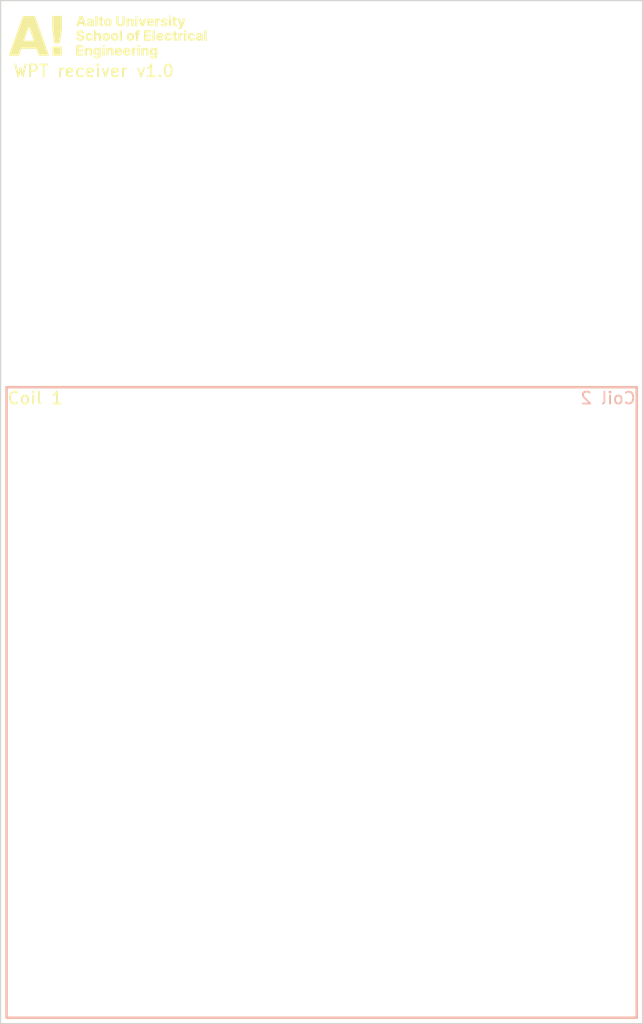
<source format=kicad_pcb>
(kicad_pcb (version 20221018) (generator pcbnew)
  (title_block (title "WPT Receiver PCB") (company "Aalto University School of Electrical Engineering"))
  (layers (0 "F.Cu" signal) (31 "B.Cu" signal) (34 "B.Paste" user) (35 "F.Paste" user) (36 "B.SilkS" user "B.Silkscreen") (37 "F.SilkS" user "F.Silkscreen") (38 "B.Mask" user) (39 "F.Mask" user) (44 "Edge.Cuts" user))
  (net 0 "")
  (footprint "LOGO" (layer "F.Cu") (at 125 54)
    (fp_text reference "G***" hide)
    (fp_text value "LOGO" hide)
    (fp_poly (pts (xy -3.861134 1.241353) (xy -3.861134 1.627937) (xy -4.247718 1.627937) (xy -4.634303 1.627937) (xy -4.628614 1.247041) (xy -4.622925 0.866146) (xy -4.24203 0.860457) (xy -3.861134 0.854769)) (fill solid) (layer "F.SilkS"))
    (fp_poly (pts (xy -0.839634 -1.278349) (xy -0.845276 -0.845276) (xy -0.933977 -0.838858) (xy -1.022679 -0.83244) (xy -1.022679 -1.271931) (xy -1.022679 -1.711422) (xy -0.928336 -1.711422) (xy -0.833993 -1.711422)) (fill solid) (layer "F.SilkS"))
    (fp_poly (pts (xy -0.250452 1.294001) (xy -0.250452 1.627937) (xy -0.344372 1.627937) (xy -0.438291 1.627937) (xy -0.438291 1.294001) (xy -0.438291 0.960065) (xy -0.344372 0.960065) (xy -0.250452 0.960065)) (fill solid) (layer "F.SilkS"))
    (fp_poly (pts (xy 1.210517 -0.063813) (xy 1.210517 0.375677) (xy 1.116174 0.375677) (xy 1.021832 0.375677) (xy 1.027473 -0.057396) (xy 1.033114 -0.490469) (xy 1.121816 -0.496887) (xy 1.210517 -0.503304)) (fill solid) (layer "F.SilkS"))
    (fp_poly (pts (xy 3.965489 -0.063813) (xy 3.965489 0.375677) (xy 3.871146 0.375677) (xy 3.776803 0.375677) (xy 3.782444 -0.057396) (xy 3.788085 -0.490469) (xy 3.876787 -0.496887) (xy 3.965489 -0.503304)) (fill solid) (layer "F.SilkS"))
    (fp_poly (pts (xy 5.342974 -1.168776) (xy 5.342974 -0.83484) (xy 5.249055 -0.83484) (xy 5.155135 -0.83484) (xy 5.155135 -1.168776) (xy 5.155135 -1.502712) (xy 5.249055 -1.502712) (xy 5.342974 -1.502712)) (fill solid) (layer "F.SilkS"))
    (fp_poly (pts (xy 6.616105 0.052177) (xy 6.616105 0.375677) (xy 6.522185 0.375677) (xy 6.428266 0.375677) (xy 6.428266 0.052177) (xy 6.428266 -0.271323) (xy 6.522185 -0.271323) (xy 6.616105 -0.271323)) (fill solid) (layer "F.SilkS"))
    (fp_poly (pts (xy 8.327526 -0.062613) (xy 8.327526 0.375677) (xy 8.233607 0.375677) (xy 8.139688 0.375677) (xy 8.139688 -0.062613) (xy 8.139688 -0.500904) (xy 8.233607 -0.500904) (xy 8.327526 -0.500904)) (fill solid) (layer "F.SilkS"))
    (fp_poly (pts (xy 2.466196 -1.73803) (xy 2.508881 -1.701562) (xy 2.52539 -1.659245) (xy 2.507815 -1.616005) (xy 2.466492 -1.579585) (xy 2.421035 -1.565325) (xy 2.375109 -1.579441) (xy 2.349477 -1.598122) (xy 2.319399 -1.650841) (xy 2.324604 -1.702237) (xy 2.360143 -1.740281) (xy 2.413283 -1.753164)) (fill solid) (layer "F.SilkS"))
    (fp_poly (pts (xy -0.28635 0.727131) (xy -0.25427 0.774291) (xy -0.250452 0.803533) (xy -0.26797 0.861555) (xy -0.31513 0.893634) (xy -0.344372 0.897452) (xy -0.392267 0.88615) (xy -0.413246 0.872407) (xy -0.438858 0.822527) (xy -0.432202 0.769528) (xy -0.399143 0.727272) (xy -0.345544 0.70962) (xy -0.344372 0.709613)) (fill solid) (layer "F.SilkS"))
    (fp_poly (pts (xy 5.302888 -1.73923) (xy 5.344136 -1.711041) (xy 5.351581 -1.698226) (xy 5.35282 -1.647379) (xy 5.324416 -1.604117) (xy 5.27838 -1.575507) (xy 5.226724 -1.568614) (xy 5.181457 -1.590507) (xy 5.17696 -1.595483) (xy 5.158668 -1.645553) (xy 5.168296 -1.701081) (xy 5.198865 -1.738453) (xy 5.247857 -1.750107)) (fill solid) (layer "F.SilkS"))
    (fp_poly (pts (xy 6.580665 -0.526829) (xy 6.621131 -0.489638) (xy 6.636976 -0.448727) (xy 6.619013 -0.401997) (xy 6.574984 -0.369365) (xy 6.519681 -0.356376) (xy 6.467895 -0.368578) (xy 6.453311 -0.379853) (xy 6.43103 -0.426695) (xy 6.439745 -0.478336) (xy 6.472908 -0.521334) (xy 6.52397 -0.542245) (xy 6.532621 -0.542646)) (fill solid) (layer "F.SilkS"))
    (fp_poly (pts (xy 2.504519 -1.169976) (xy 2.504519 -0.83484) (xy 2.42038 -0.83484) (xy 2.360975 -0.841255) (xy 2.327995 -0.85809) (xy 2.325862 -0.861889) (xy 2.322538 -0.891581) (xy 2.320476 -0.954749) (xy 2.319789 -1.043145) (xy 2.320592 -1.148519) (xy 2.321299 -1.190607) (xy 2.327116 -1.492277) (xy 2.415817 -1.498694) (xy 2.504519 -1.505112)) (fill solid) (layer "F.SilkS"))
    (fp_poly (pts (xy 2.668816 0.728024) (xy 2.705872 0.774308) (xy 2.713229 0.811105) (xy 2.696074 0.847908) (xy 2.656326 0.881515) (xy 2.611562 0.897381) (xy 2.608874 0.897452) (xy 2.562948 0.883337) (xy 2.537316 0.864655) (xy 2.506244 0.811882) (xy 2.511492 0.761838) (xy 2.548263 0.724443) (xy 2.611759 0.709614) (xy 2.612314 0.709613)) (fill solid) (layer "F.SilkS"))
    (fp_poly (pts (xy 2.692358 1.292801) (xy 2.692358 1.627937) (xy 2.608219 1.627937) (xy 2.548814 1.621523) (xy 2.515834 1.604688) (xy 2.5137 1.600889) (xy 2.510377 1.571197) (xy 2.508315 1.508028) (xy 2.507628 1.419632) (xy 2.508431 1.314258) (xy 2.509138 1.27217) (xy 2.514955 0.970501) (xy 2.603656 0.964083) (xy 2.692358 0.957665)) (fill solid) (layer "F.SilkS"))
    (fp_poly (pts (xy 3.652424 -0.41742) (xy 3.652424 -0.333936) (xy 3.454149 -0.333936) (xy 3.255875 -0.333936) (xy 3.255875 -0.240017) (xy 3.255875 -0.146097) (xy 3.433278 -0.146097) (xy 3.610682 -0.146097) (xy 3.610682 -0.062613) (xy 3.610682 0.020871) (xy 3.433278 0.020871) (xy 3.255875 0.020871) (xy 3.255875 0.11479) (xy 3.255875 0.208709) (xy 3.454149 0.208709) (xy 3.652424 0.208709) (xy 3.652424 0.292193) (xy 3.652424 0.375677) (xy 3.36023 0.375677) (xy 3.068036 0.375677) (xy 3.068036 -0.062613) (xy 3.068036 -0.500904) (xy 3.36023 -0.500904) (xy 3.652424 -0.500904)) (fill solid) (layer "F.SilkS"))
    (fp_poly (pts (xy 4.159744 -1.50004) (xy 4.187464 -1.488791) (xy 4.195011 -1.464117) (xy 4.19507 -1.460157) (xy 4.19507 -1.417602) (xy 4.240747 -1.460157) (xy 4.294445 -1.491871) (xy 4.345102 -1.502712) (xy 4.382772 -1.499019) (xy 4.399519 -1.480003) (xy 4.403711 -1.43376) (xy 4.40378 -1.419228) (xy 4.401307 -1.365698) (xy 4.387908 -1.341901) (xy 4.354611 -1.335876) (xy 4.341167 -1.335744) (xy 4.281781 -1.328327) (xy 4.240248 -1.30239) (xy 4.213801 -1.252403) (xy 4.199676 -1.172834) (xy 4.195107 -1.058155) (xy 4.19507 -1.04355) (xy 4.19507 -0.83484) (xy 4.10115 -0.83484) (xy 4.007231 -0.83484) (xy 4.007231 -1.168776) (xy 4.007231 -1.502712) (xy 4.10115 -1.502712)) (fill solid) (layer "F.SilkS"))
    (fp_poly (pts (xy 6.33673 -0.278058) (xy 6.354894 -0.250457) (xy 6.361695 -0.203493) (xy 6.363616 -0.152362) (xy 6.350849 -0.130417) (xy 6.312936 -0.125317) (xy 6.295379 -0.125226) (xy 6.228862 -0.112819) (xy 6.179329 -0.070234) (xy 6.158297 -0.037392) (xy 6.145289 0.002859) (xy 6.138514 0.060902) (xy 6.136176 0.147119) (xy 6.136072 0.180218) (xy 6.136072 0.375677) (xy 6.042153 0.375677) (xy 5.948233 0.375677) (xy 5.948233 0.052177) (xy 5.948233 -0.271323) (xy 6.042153 -0.271323) (xy 6.100974 -0.268518) (xy 6.12877 -0.257059) (xy 6.136057 -0.232376) (xy 6.136072 -0.23053) (xy 6.138907 -0.206427) (xy 6.153005 -0.209097) (xy 6.186755 -0.240421) (xy 6.188649 -0.242313) (xy 6.249566 -0.283293) (xy 6.298221 -0.288324)) (fill solid) (layer "F.SilkS"))
    (fp_poly (pts (xy -2.045358 0.834839) (xy -2.045358 0.918323) (xy -2.243632 0.918323) (xy -2.441907 0.918323) (xy -2.441907 1.012243) (xy -2.441907 1.106162) (xy -2.264503 1.106162) (xy -2.0871 1.106162) (xy -2.0871 1.189646) (xy -2.0871 1.27313) (xy -2.264503 1.27313) (xy -2.441907 1.27313) (xy -2.441907 1.36705) (xy -2.441907 1.460969) (xy -2.242372 1.460969) (xy -2.042838 1.460969) (xy -2.049316 1.539235) (xy -2.055793 1.617502) (xy -2.338728 1.623282) (xy -2.443492 1.624388) (xy -2.532927 1.62338) (xy -2.598926 1.620495) (xy -2.633379 1.615971) (xy -2.63614 1.614586) (xy -2.640521 1.590219) (xy -2.64437 1.530593) (xy -2.647472 1.442189) (xy -2.649614 1.331488) (xy -2.650582 1.204971) (xy -2.650617 1.175732) (xy -2.650617 0.751355) (xy -2.347987 0.751355) (xy -2.045358 0.751355)) (fill solid) (layer "F.SilkS"))
    (fp_poly (pts (xy 2.418019 0.963037) (xy 2.436953 0.979951) (xy 2.44178 1.022807) (xy 2.441906 1.043549) (xy 2.439558 1.097044) (xy 2.426007 1.120878) (xy 2.391497 1.127107) (xy 2.374075 1.127353) (xy 2.320801 1.130308) (xy 2.284113 1.143072) (xy 2.260432 1.172376) (xy 2.246179 1.224954) (xy 2.237774 1.307537) (xy 2.233196 1.392313) (xy 2.222761 1.617502) (xy 2.133868 1.623929) (xy 2.06632 1.622284) (xy 2.035221 1.604508) (xy 2.034132 1.602098) (xy 2.030641 1.571952) (xy 2.028439 1.508372) (xy 2.027652 1.419647) (xy 2.028406 1.31407) (xy 2.029105 1.27217) (xy 2.034922 0.970501) (xy 2.123623 0.964083) (xy 2.179468 0.962397) (xy 2.205236 0.97154) (xy 2.212198 0.996617) (xy 2.212325 1.004245) (xy 2.212325 1.050825) (xy 2.26063 1.005445) (xy 2.325375 0.968535) (xy 2.375421 0.960065)) (fill solid) (layer "F.SilkS"))
    (fp_poly (pts (xy -1.776305 0.96463) (xy -1.747164 0.981714) (xy -1.738427 1.001476) (xy -1.729166 1.02857) (xy -1.713825 1.029807) (xy -1.67967 1.005184) (xy -1.674953 1.001476) (xy -1.596321 0.96418) (xy -1.509167 0.963023) (xy -1.424488 0.997243) (xy -1.393468 1.020938) (xy -1.325308 1.08181) (xy -1.325308 1.349656) (xy -1.325308 1.617502) (xy -1.41401 1.623919) (xy -1.502712 1.630337) (xy -1.502712 1.419055) (xy -1.504701 1.302003) (xy -1.512264 1.220481) (xy -1.527796 1.1684) (xy -1.553689 1.139669) (xy -1.592338 1.128199) (xy -1.617502 1.127033) (xy -1.6636 1.132121) (xy -1.695678 1.151449) (xy -1.716143 1.191116) (xy -1.727401 1.257219) (xy -1.731861 1.355857) (xy -1.732293 1.417855) (xy -1.732293 1.627937) (xy -1.826212 1.627937) (xy -1.920132 1.627937) (xy -1.920132 1.294001) (xy -1.920132 0.960065) (xy -1.834694 0.960065)) (fill solid) (layer "F.SilkS"))
    (fp_poly (pts (xy 1.730022 -1.498148) (xy 1.759163 -1.481063) (xy 1.7679 -1.461302) (xy 1.777161 -1.434207) (xy 1.792502 -1.432971) (xy 1.826657 -1.457593) (xy 1.831374 -1.461302) (xy 1.910003 -1.498594) (xy 1.997161 -1.499754) (xy 2.081848 -1.465543) (xy 2.112859 -1.441863) (xy 2.181019 -1.381014) (xy 2.187895 -1.107927) (xy 2.194771 -0.83484) (xy 2.099193 -0.83484) (xy 2.003615 -0.83484) (xy 2.003615 -1.044922) (xy 2.001382 -1.162642) (xy 1.993285 -1.244666) (xy 1.977233 -1.296871) (xy 1.951132 -1.325133) (xy 1.912889 -1.335327) (xy 1.900017 -1.335744) (xy 1.848821 -1.330458) (xy 1.813386 -1.310508) (xy 1.79098 -1.269758) (xy 1.778875 -1.202071) (xy 1.77434 -1.101309) (xy 1.774034 -1.052495) (xy 1.774034 -0.83484) (xy 1.680115 -0.83484) (xy 1.586195 -0.83484) (xy 1.586195 -1.168776) (xy 1.586195 -1.502712) (xy 1.671633 -1.502712)) (fill solid) (layer "F.SilkS"))
    (fp_poly (pts (xy 2.982282 0.96463) (xy 3.011422 0.981714) (xy 3.02016 1.001476) (xy 3.029421 1.02857) (xy 3.044761 1.029807) (xy 3.078916 1.005184) (xy 3.083634 1.001476) (xy 3.162263 0.964184) (xy 3.249421 0.963023) (xy 3.334107 0.997235) (xy 3.365118 1.020914) (xy 3.433278 1.081764) (xy 3.440155 1.35485) (xy 3.447031 1.627937) (xy 3.351453 1.627937) (xy 3.255875 1.627937) (xy 3.255875 1.417855) (xy 3.253867 1.301066) (xy 3.246238 1.219796) (xy 3.230581 1.167949) (xy 3.204489 1.139426) (xy 3.165555 1.128128) (xy 3.141084 1.127033) (xy 3.094986 1.132121) (xy 3.062908 1.151449) (xy 3.042444 1.191116) (xy 3.031185 1.257219) (xy 3.026726 1.355857) (xy 3.026294 1.417855) (xy 3.026294 1.627937) (xy 2.932374 1.627937) (xy 2.838455 1.627937) (xy 2.838455 1.294001) (xy 2.838455 0.960065) (xy 2.923893 0.960065)) (fill solid) (layer "F.SilkS"))
    (fp_poly (pts (xy -1.059203 -0.496887) (xy -0.970501 -0.490469) (xy -0.964359 -0.350839) (xy -0.958216 -0.21121) (xy -0.885203 -0.254289) (xy -0.794848 -0.285435) (xy -0.703312 -0.277791) (xy -0.62075 -0.232629) (xy -0.606381 -0.219378) (xy -0.584467 -0.195333) (xy -0.569291 -0.169311) (xy -0.55935 -0.133217) (xy -0.553141 -0.078959) (xy -0.549162 0.001559) (xy -0.546205 0.104769) (xy -0.539329 0.375677) (xy -0.634907 0.375677) (xy -0.730485 0.375677) (xy -0.730485 0.158023) (xy -0.732998 0.042126) (xy -0.742118 -0.038184) (xy -0.760216 -0.088848) (xy -0.789662 -0.115805) (xy -0.832828 -0.124997) (xy -0.843532 -0.125226) (xy -0.89135 -0.117434) (xy -0.924689 -0.090385) (xy -0.945771 -0.038571) (xy -0.956822 0.043518) (xy -0.960065 0.161389) (xy -0.960066 0.163393) (xy -0.960066 0.375677) (xy -1.053985 0.375677) (xy -1.147905 0.375677) (xy -1.147905 -0.063813) (xy -1.147905 -0.503304)) (fill solid) (layer "F.SilkS"))
    (fp_poly (pts (xy -3.840263 -1.125654) (xy -3.840263 -0.539887) (xy -3.934183 0.020871) (xy -3.958877 0.168726) (xy -3.981141 0.302834) (xy -4.000085 0.417767) (xy -4.014819 0.508095) (xy -4.024452 0.568392) (xy -4.028093 0.593228) (xy -4.028102 0.593443) (xy -4.047568 0.598191) (xy -4.100349 0.602028) (xy -4.17802 0.604521) (xy -4.257683 0.605258) (xy -4.349941 0.604641) (xy -4.424498 0.602967) (xy -4.47293 0.600503) (xy -4.487264 0.597976) (xy -4.490119 0.576249) (xy -4.49818 0.518514) (xy -4.510694 0.430076) (xy -4.526908 0.316241) (xy -4.546066 0.182315) (xy -4.567415 0.033604) (xy -4.570748 0.010435) (xy -4.595483 -0.162856) (xy -4.614779 -0.304156) (xy -4.629312 -0.422765) (xy -4.639754 -0.527985) (xy -4.646781 -0.629115) (xy -4.651068 -0.735456) (xy -4.653288 -0.856309) (xy -4.654117 -1.000975) (xy -4.654232 -1.140623) (xy -4.654232 -1.711422) (xy -4.247248 -1.711422) (xy -3.840263 -1.711422)) (fill solid) (layer "F.SilkS"))
    (fp_poly (pts (xy 0.032807 0.962745) (xy 0.056804 0.97623) (xy 0.063096 1.008691) (xy 0.063276 1.01746) (xy 0.066224 1.055014) (xy 0.07729 1.05588) (xy 0.089365 1.041741) (xy 0.156011 0.986025) (xy 0.238873 0.960854) (xy 0.325171 0.96711) (xy 0.402125 1.005674) (xy 0.41708 1.019127) (xy 0.45692 1.075361) (xy 0.483212 1.153787) (xy 0.496936 1.259817) (xy 0.499071 1.398863) (xy 0.497069 1.460969) (xy 0.490468 1.617502) (xy 0.401766 1.623919) (xy 0.313065 1.630337) (xy 0.312757 1.43608) (xy 0.309121 1.314698) (xy 0.29724 1.229041) (xy 0.274982 1.17354) (xy 0.240216 1.142628) (xy 0.196021 1.131185) (xy 0.14264 1.135319) (xy 0.108569 1.153262) (xy 0.097974 1.185549) (xy 0.088624 1.249799) (xy 0.081691 1.336233) (xy 0.07904 1.399562) (xy 0.073048 1.617502) (xy -0.015654 1.623919) (xy -0.104355 1.630337) (xy -0.104355 1.295201) (xy -0.104355 0.960065) (xy -0.020871 0.960065)) (fill solid) (layer "F.SilkS"))
    (fp_poly (pts (xy 2.704482 -1.500403) (xy 2.754414 -1.493095) (xy 2.784485 -1.483208) (xy 2.78694 -1.480768) (xy 2.798141 -1.452303) (xy 2.817332 -1.393405) (xy 2.841406 -1.313881) (xy 2.857625 -1.257798) (xy 2.882472 -1.175874) (xy 2.904276 -1.114036) (xy 2.920204 -1.079767) (xy 2.926377 -1.07625) (xy 2.936672 -1.103566) (xy 2.955081 -1.16154) (xy 2.978633 -1.240585) (xy 2.995434 -1.29922) (xy 3.052863 -1.502712) (xy 3.143933 -1.502712) (xy 3.205995 -1.497923) (xy 3.232862 -1.482342) (xy 3.235004 -1.472949) (xy 3.228367 -1.443704) (xy 3.21007 -1.382751) (xy 3.182536 -1.297673) (xy 3.148187 -1.196057) (xy 3.128371 -1.139013) (xy 3.021738 -0.83484) (xy 2.919006 -0.83484) (xy 2.850012 -0.840064) (xy 2.811658 -0.854499) (xy 2.807093 -0.860929) (xy 2.764522 -0.982258) (xy 2.72201 -1.104054) (xy 2.681784 -1.219872) (xy 2.646068 -1.323266) (xy 2.617088 -1.407792) (xy 2.597068 -1.467004) (xy 2.588234 -1.494456) (xy 2.588003 -1.495535) (xy 2.606028 -1.502755) (xy 2.649937 -1.504)) (fill solid) (layer "F.SilkS"))
    (fp_poly (pts (xy 0.664583 -0.281936) (xy 0.76561 -0.246845) (xy 0.793545 -0.229263) (xy 0.860505 -0.158276) (xy 0.901508 -0.066042) (xy 0.916861 0.037332) (xy 0.906873 0.14174) (xy 0.871851 0.237075) (xy 0.812105 0.313231) (xy 0.77621 0.339153) (xy 0.69477 0.367602) (xy 0.5956 0.37563) (xy 0.497246 0.363467) (xy 0.423651 0.33478) (xy 0.350332 0.267334) (xy 0.302957 0.176622) (xy 0.282556 0.072872) (xy 0.285109 0.037098) (xy 0.480033 0.037098) (xy 0.49174 0.134061) (xy 0.526248 0.198035) (xy 0.582633 0.22761) (xy 0.605906 0.22958) (xy 0.655382 0.21941) (xy 0.690778 0.181783) (xy 0.700935 0.163571) (xy 0.72374 0.088193) (xy 0.72211 0.009204) (xy 0.699705 -0.062942) (xy 0.660186 -0.11779) (xy 0.607212 -0.144885) (xy 0.592511 -0.146097) (xy 0.541741 -0.126969) (xy 0.503206 -0.075416) (xy 0.48228 -0.000188) (xy 0.480033 0.037098) (xy 0.285109 0.037098) (xy 0.29016 -0.033688) (xy 0.326799 -0.132832) (xy 0.370494 -0.192575) (xy 0.455254 -0.25378) (xy 0.557208 -0.283908)) (fill solid) (layer "F.SilkS"))
    (fp_poly (pts (xy 2.064187 -0.25357) (xy 2.149899 -0.192879) (xy 2.206412 -0.103515) (xy 2.23186 0.012324) (xy 2.233164 0.049023) (xy 2.217289 0.172052) (xy 2.17067 0.267643) (xy 2.094946 0.3341) (xy 1.991756 0.369727) (xy 1.917668 0.375599) (xy 1.802803 0.36181) (xy 1.738523 0.33478) (xy 1.667374 0.272568) (xy 1.624542 0.187363) (xy 1.607573 0.073777) (xy 1.607066 0.045864) (xy 1.610004 0.024204) (xy 1.794892 0.024204) (xy 1.798904 0.104027) (xy 1.820238 0.171555) (xy 1.827395 0.183195) (xy 1.873466 0.21887) (xy 1.932687 0.229199) (xy 1.987146 0.212724) (xy 2.00419 0.197581) (xy 2.022126 0.158187) (xy 2.036395 0.096137) (xy 2.040105 0.067138) (xy 2.035899 -0.018988) (xy 2.009497 -0.086154) (xy 1.966997 -0.129221) (xy 1.914495 -0.143049) (xy 1.858089 -0.122499) (xy 1.836647 -0.104355) (xy 1.807655 -0.050921) (xy 1.794892 0.024204) (xy 1.610004 0.024204) (xy 1.623623 -0.076194) (xy 1.67088 -0.173496) (xy 1.74522 -0.24258) (xy 1.843025 -0.279985) (xy 1.951142 -0.283387)) (fill solid) (layer "F.SilkS"))
    (fp_poly (pts (xy -0.039808 -0.276202) (xy 0.03968 -0.248452) (xy 0.054509 -0.238727) (xy 0.133903 -0.166985) (xy 0.17892 -0.090571) (xy 0.196136 0.003274) (xy 0.196857 0.037588) (xy 0.181121 0.164936) (xy 0.136089 0.262905) (xy 0.062448 0.330773) (xy -0.039115 0.367824) (xy -0.125226 0.375044) (xy -0.221303 0.365859) (xy -0.293568 0.341258) (xy -0.298068 0.338598) (xy -0.369286 0.271701) (xy -0.414812 0.18178) (xy -0.434507 0.078821) (xy -0.431283 0.024369) (xy -0.245053 0.024369) (xy -0.240305 0.107725) (xy -0.220902 0.163571) (xy -0.176345 0.214535) (xy -0.120138 0.231978) (xy -0.064042 0.214675) (xy -0.03249 0.183195) (xy -0.007228 0.120713) (xy 0.000591 0.042155) (xy -0.008488 -0.035485) (xy -0.033917 -0.095215) (xy -0.041742 -0.104355) (xy -0.09246 -0.140308) (xy -0.141626 -0.138056) (xy -0.186842 -0.10936) (xy -0.226583 -0.053194) (xy -0.245053 0.024369) (xy -0.431283 0.024369) (xy -0.428231 -0.027194) (xy -0.395844 -0.126279) (xy -0.337206 -0.208452) (xy -0.306083 -0.234553) (xy -0.229137 -0.269063) (xy -0.134896 -0.283009)) (fill solid) (layer "F.SilkS"))
    (fp_poly (pts (xy 2.637559 -0.527063) (xy 2.687891 -0.516332) (xy 2.712304 -0.497548) (xy 2.712944 -0.493318) (xy 2.699122 -0.420302) (xy 2.660606 -0.379411) (xy 2.632837 -0.371642) (xy 2.586491 -0.353338) (xy 2.570898 -0.318283) (xy 2.572546 -0.285202) (xy 2.598005 -0.272698) (xy 2.628293 -0.271323) (xy 2.671315 -0.267392) (xy 2.688961 -0.24714) (xy 2.692358 -0.198275) (xy 2.688868 -0.149196) (xy 2.671163 -0.129067) (xy 2.629745 -0.125226) (xy 2.567132 -0.125226) (xy 2.567132 0.125225) (xy 2.567132 0.375677) (xy 2.473213 0.375677) (xy 2.379293 0.375677) (xy 2.379293 0.126677) (xy 2.378962 0.021398) (xy 2.377093 -0.049304) (xy 2.372369 -0.092592) (xy 2.363475 -0.115629) (xy 2.349095 -0.12558) (xy 2.332333 -0.128993) (xy 2.29692 -0.144983) (xy 2.280847 -0.18713) (xy 2.278834 -0.203493) (xy 2.278189 -0.250125) (xy 2.294618 -0.268491) (xy 2.325793 -0.271323) (xy 2.362787 -0.277057) (xy 2.377275 -0.302644) (xy 2.379293 -0.339728) (xy 2.396964 -0.425609) (xy 2.447731 -0.487913) (xy 2.511 -0.51802) (xy 2.574274 -0.528154)) (fill solid) (layer "F.SilkS"))
    (fp_poly (pts (xy 0.129646 -1.485139) (xy 0.22629 -1.430001) (xy 0.270698 -1.388888) (xy 0.300665 -1.348755) (xy 0.318141 -1.299606) (xy 0.327292 -1.227585) (xy 0.329328 -1.193849) (xy 0.324132 -1.069279) (xy 0.29288 -0.974149) (xy 0.233454 -0.903702) (xy 0.186552 -0.872977) (xy 0.114772 -0.848714) (xy 0.025318 -0.837023) (xy -0.060703 -0.839603) (xy -0.104355 -0.84958) (xy -0.184338 -0.899896) (xy -0.24551 -0.980926) (xy -0.282822 -1.083975) (xy -0.291679 -1.168776) (xy -0.104355 -1.168776) (xy -0.091722 -1.088676) (xy -0.058663 -1.027186) (xy -0.012439 -0.989017) (xy 0.039688 -0.978882) (xy 0.090457 -1.001494) (xy 0.113607 -1.027323) (xy 0.138869 -1.089805) (xy 0.146688 -1.168363) (xy 0.137609 -1.246003) (xy 0.11218 -1.305732) (xy 0.104355 -1.314873) (xy 0.046937 -1.350866) (xy -0.0091 -1.349947) (xy -0.057298 -1.316637) (xy -0.0912 -1.255456) (xy -0.104348 -1.170926) (xy -0.104355 -1.168776) (xy -0.291679 -1.168776) (xy -0.292116 -1.172957) (xy -0.274658 -1.288488) (xy -0.226995 -1.382098) (xy -0.155931 -1.451178) (xy -0.068268 -1.493118) (xy 0.029192 -1.505309)) (fill solid) (layer "F.SilkS"))
    (fp_poly (pts (xy 7.193386 -0.256023) (xy 7.276636 -0.199698) (xy 7.31635 -0.144035) (xy 7.341299 -0.086622) (xy 7.337986 -0.055536) (xy 7.30256 -0.043238) (xy 7.264054 -0.041742) (xy 7.188181 -0.05364) (xy 7.129342 -0.09392) (xy 7.081105 -0.13465) (xy 7.042709 -0.141228) (xy 7.000121 -0.113745) (xy 6.980399 -0.094869) (xy 6.942541 -0.030884) (xy 6.928247 0.051014) (xy 6.938625 0.13355) (xy 6.962481 0.184367) (xy 7.008412 0.219785) (xy 7.065872 0.227201) (xy 7.118942 0.207661) (xy 7.148047 0.172185) (xy 7.170186 0.141183) (xy 7.209275 0.127583) (xy 7.257619 0.125225) (xy 7.313644 0.130074) (xy 7.344149 0.142573) (xy 7.34659 0.14816) (xy 7.331846 0.203924) (xy 7.295062 0.267622) (xy 7.247412 0.321899) (xy 7.223024 0.34007) (xy 7.144179 0.367688) (xy 7.04699 0.375629) (xy 6.949776 0.364168) (xy 6.872788 0.33478) (xy 6.801639 0.272568) (xy 6.758806 0.187363) (xy 6.741838 0.073777) (xy 6.741331 0.045864) (xy 6.757914 -0.075215) (xy 6.805015 -0.172501) (xy 6.878662 -0.242119) (xy 6.974885 -0.280196) (xy 7.079549 -0.284081)) (fill solid) (layer "F.SilkS"))
    (fp_poly (pts (xy -1.406783 -0.256573) (xy -1.325626 -0.201592) (xy -1.280719 -0.132066) (xy -1.259211 -0.077239) (xy -1.259392 -0.050813) (xy -1.287467 -0.042426) (xy -1.334795 -0.041742) (xy -1.410669 -0.05364) (xy -1.469508 -0.09392) (xy -1.514657 -0.133615) (xy -1.549854 -0.142086) (xy -1.591659 -0.120351) (xy -1.614688 -0.102841) (xy -1.654086 -0.051093) (xy -1.671638 0.016671) (xy -1.669301 0.08952) (xy -1.64903 0.156522) (xy -1.612782 0.206745) (xy -1.562513 0.229259) (xy -1.555197 0.22958) (xy -1.504941 0.216452) (xy -1.461129 0.1852) (xy -1.440284 0.148025) (xy -1.440099 0.144606) (xy -1.421442 0.133047) (xy -1.374238 0.126114) (xy -1.346179 0.125225) (xy -1.28755 0.129857) (xy -1.255319 0.141975) (xy -1.25226 0.14816) (xy -1.267004 0.203924) (xy -1.303787 0.267622) (xy -1.351438 0.321899) (xy -1.375826 0.34007) (xy -1.45467 0.367688) (xy -1.551859 0.375629) (xy -1.649074 0.364168) (xy -1.726062 0.33478) (xy -1.797211 0.272568) (xy -1.840043 0.187363) (xy -1.857012 0.073777) (xy -1.857519 0.045864) (xy -1.840936 -0.075215) (xy -1.793835 -0.172501) (xy -1.720187 -0.242119) (xy -1.623965 -0.280196) (xy -1.519301 -0.284081)) (fill solid) (layer "F.SilkS"))
    (fp_poly (pts (xy 0.918323 -1.407844) (xy 0.918615 -1.28917) (xy 0.920206 -1.204803) (xy 0.924168 -1.147309) (xy 0.931577 -1.109254) (xy 0.943504 -1.083205) (xy 0.961024 -1.061728) (xy 0.969552 -1.053037) (xy 1.036798 -1.01036) (xy 1.085291 -1.001808) (xy 1.158543 -1.021319) (xy 1.201031 -1.053037) (xy 1.221008 -1.074742) (xy 1.234976 -1.098136) (xy 1.24401 -1.130653) (xy 1.249181 -1.179726) (xy 1.251564 -1.25279) (xy 1.252232 -1.357278) (xy 1.252259 -1.407844) (xy 1.252259 -1.711422) (xy 1.346179 -1.711422) (xy 1.440098 -1.711422) (xy 1.440098 -1.380573) (xy 1.439721 -1.254745) (xy 1.438009 -1.16323) (xy 1.434089 -1.098601) (xy 1.427087 -1.053433) (xy 1.416133 -1.020297) (xy 1.400352 -0.991768) (xy 1.393139 -0.980927) (xy 1.341448 -0.923555) (xy 1.278783 -0.876428) (xy 1.273456 -0.873485) (xy 1.184653 -0.844377) (xy 1.077953 -0.835346) (xy 0.972113 -0.846496) (xy 0.897869 -0.871397) (xy 0.836659 -0.914462) (xy 0.782937 -0.971564) (xy 0.77786 -0.978806) (xy 0.759923 -1.008277) (xy 0.747179 -1.039316) (xy 0.738748 -1.079392) (xy 0.733749 -1.135975) (xy 0.731302 -1.216536) (xy 0.730525 -1.328545) (xy 0.730485 -1.380573) (xy 0.730485 -1.711422) (xy 0.824404 -1.711422) (xy 0.918323 -1.711422)) (fill solid) (layer "F.SilkS"))
    (fp_poly (pts (xy 5.203379 -0.274987) (xy 5.293572 -0.227615) (xy 5.360146 -0.156458) (xy 5.389767 -0.088702) (xy 5.393448 -0.059715) (xy 5.378504 -0.046002) (xy 5.335257 -0.041932) (xy 5.309059 -0.041742) (xy 5.240025 -0.048268) (xy 5.206633 -0.068685) (xy 5.204202 -0.073629) (xy 5.168976 -0.120976) (xy 5.119192 -0.137243) (xy 5.065438 -0.124666) (xy 5.018301 -0.085484) (xy 4.990016 -0.028355) (xy 4.978772 0.060537) (xy 4.993002 0.138514) (xy 5.028871 0.196952) (xy 5.082546 0.227231) (xy 5.104702 0.22958) (xy 5.153747 0.2163) (xy 5.19696 0.184863) (xy 5.217574 0.147873) (xy 5.217748 0.144606) (xy 5.236405 0.133047) (xy 5.283609 0.126114) (xy 5.311668 0.125225) (xy 5.3677 0.127433) (xy 5.401293 0.133018) (xy 5.405587 0.136331) (xy 5.392845 0.183021) (xy 5.361239 0.243184) (xy 5.320699 0.300073) (xy 5.290511 0.330431) (xy 5.219174 0.364061) (xy 5.127124 0.377168) (xy 5.030067 0.369628) (xy 4.94371 0.341316) (xy 4.929352 0.333301) (xy 4.85662 0.26606) (xy 4.808663 0.174276) (xy 4.787504 0.0684) (xy 4.795162 -0.041117) (xy 4.833659 -0.143824) (xy 4.836233 -0.148262) (xy 4.88679 -0.203305) (xy 4.961763 -0.251741) (xy 5.043925 -0.284123) (xy 5.098689 -0.292194)) (fill solid) (layer "F.SilkS"))
    (fp_poly (pts (xy -1.959581 -1.294002) (xy -1.916863 -1.1701) (xy -1.879205 -1.058729) (xy -1.848685 -0.966211) (xy -1.827381 -0.89887) (xy -1.817371 -0.86303) (xy -1.816879 -0.859785) (xy -1.830279 -0.842678) (xy -1.876019 -0.837466) (xy -1.912233 -0.838914) (xy -1.97136 -0.845155) (xy -2.004874 -0.861227) (xy -2.027431 -0.89835) (xy -2.043201 -0.939195) (xy -2.077711 -1.033115) (xy -2.224579 -1.039168) (xy -2.371446 -1.04522) (xy -2.402388 -0.945248) (xy -2.42253 -0.885971) (xy -2.443918 -0.855674) (xy -2.479881 -0.843382) (xy -2.531537 -0.838914) (xy -2.591641 -0.837341) (xy -2.62049 -0.845038) (xy -2.628134 -0.865268) (xy -2.628046 -0.870221) (xy -2.620834 -0.900806) (xy -2.601716 -0.964073) (xy -2.572841 -1.053401) (xy -2.536357 -1.162166) (xy -2.521074 -1.206466) (xy -2.316681 -1.206466) (xy -2.298002 -1.196496) (xy -2.250673 -1.190466) (xy -2.221355 -1.189647) (xy -2.163689 -1.191278) (xy -2.138461 -1.199781) (xy -2.136389 -1.220576) (xy -2.140924 -1.236607) (xy -2.156328 -1.283764) (xy -2.178713 -1.350761) (xy -2.191055 -1.387255) (xy -2.226291 -1.490942) (xy -2.271486 -1.357113) (xy -2.294354 -1.28707) (xy -2.310608 -1.232841) (xy -2.316681 -1.206466) (xy -2.521074 -1.206466) (xy -2.494413 -1.283748) (xy -2.487167 -1.304438) (xy -2.347987 -1.700987) (xy -2.224584 -1.700987) (xy -2.101182 -1.700987)) (fill solid) (layer "F.SilkS"))
    (fp_poly (pts (xy 4.871733 -1.48522) (xy 4.948846 -1.452624) (xy 5.004333 -1.405534) (xy 5.02933 -1.346688) (xy 5.029909 -1.335744) (xy 5.022657 -1.308102) (xy 4.993565 -1.296123) (xy 4.948981 -1.294002) (xy 4.88668 -1.302066) (xy 4.844626 -1.322558) (xy 4.84207 -1.325309) (xy 4.802377 -1.349457) (xy 4.750172 -1.355921) (xy 4.703432 -1.344936) (xy 4.681842 -1.323202) (xy 4.680451 -1.293479) (xy 4.705626 -1.269512) (xy 4.762652 -1.24818) (xy 4.839917 -1.229827) (xy 4.940161 -1.195597) (xy 5.010294 -1.143909) (xy 5.047301 -1.079602) (xy 5.048164 -1.007519) (xy 5.018207 -0.94372) (xy 4.954563 -0.886106) (xy 4.865922 -0.848636) (xy 4.764851 -0.833256) (xy 4.663918 -0.841907) (xy 4.577297 -0.875543) (xy 4.513537 -0.927301) (xy 4.474365 -0.98556) (xy 4.466393 -1.021307) (xy 4.484047 -1.038836) (xy 4.528292 -1.044531) (xy 4.586048 -1.039549) (xy 4.644238 -1.025049) (xy 4.689782 -1.002188) (xy 4.690743 -1.001443) (xy 4.749858 -0.973797) (xy 4.806949 -0.97773) (xy 4.846094 -1.009139) (xy 4.848639 -1.043173) (xy 4.813756 -1.072363) (xy 4.745724 -1.093601) (xy 4.72502 -1.097157) (xy 4.617282 -1.126495) (xy 4.540503 -1.176114) (xy 4.498145 -1.243332) (xy 4.491274 -1.278137) (xy 4.496025 -1.362792) (xy 4.530695 -1.423308) (xy 4.599269 -1.468685) (xy 4.688081 -1.495986) (xy 4.781857 -1.500586)) (fill solid) (layer "F.SilkS"))
    (fp_poly (pts (xy -0.516244 -1.64725) (xy -0.488918 -1.636681) (xy -0.480612 -1.608267) (xy -0.480033 -1.575761) (xy -0.476543 -1.526682) (xy -0.458838 -1.506552) (xy -0.41742 -1.502712) (xy -0.375353 -1.49864) (xy -0.358099 -1.477985) (xy -0.354807 -1.429664) (xy -0.358298 -1.380585) (xy -0.376002 -1.360455) (xy -0.41742 -1.356615) (xy -0.480033 -1.356615) (xy -0.480033 -1.181445) (xy -0.478497 -1.091782) (xy -0.472943 -1.035765) (xy -0.461956 -1.005377) (xy -0.446843 -0.993538) (xy -0.40876 -0.987932) (xy -0.396364 -0.991487) (xy -0.381183 -0.982478) (xy -0.367795 -0.947796) (xy -0.359923 -0.903465) (xy -0.361293 -0.865507) (xy -0.364928 -0.85622) (xy -0.394779 -0.841274) (xy -0.448839 -0.836121) (xy -0.510793 -0.840548) (xy -0.564326 -0.854345) (xy -0.573953 -0.858941) (xy -0.6152 -0.886407) (xy -0.64243 -0.920794) (xy -0.658429 -0.97079) (xy -0.665981 -1.045083) (xy -0.667872 -1.151894) (xy -0.668466 -1.245809) (xy -0.671284 -1.305613) (xy -0.677881 -1.338931) (xy -0.689812 -1.353389) (xy -0.708631 -1.356612) (xy -0.709614 -1.356615) (xy -0.738384 -1.364786) (xy -0.749992 -1.396686) (xy -0.751356 -1.429664) (xy -0.746687 -1.48001) (xy -0.728458 -1.500324) (xy -0.709614 -1.502712) (xy -0.680845 -1.510883) (xy -0.669237 -1.542783) (xy -0.667872 -1.575761) (xy -0.665867 -1.620645) (xy -0.652279 -1.641899) (xy -0.615747 -1.648358) (xy -0.573953 -1.648809)) (fill solid) (layer "F.SilkS"))
    (fp_poly (pts (xy 5.641713 -0.434209) (xy 5.697037 -0.427801) (xy 5.723318 -0.411737) (xy 5.733216 -0.374601) (xy 5.735565 -0.34959) (xy 5.743797 -0.297554) (xy 5.762518 -0.275426) (xy 5.792961 -0.271323) (xy 5.82744 -0.265635) (xy 5.841546 -0.240436) (xy 5.843878 -0.198275) (xy 5.840022 -0.148915) (xy 5.822487 -0.128701) (xy 5.790857 -0.125226) (xy 5.764936 -0.123816) (xy 5.749575 -0.113995) (xy 5.742489 -0.087381) (xy 5.741391 -0.035593) (xy 5.743897 0.046959) (xy 5.747787 0.131977) (xy 5.753741 0.183881) (xy 5.764212 0.211299) (xy 5.781655 0.222858) (xy 5.794707 0.225525) (xy 5.829134 0.248421) (xy 5.852814 0.293645) (xy 5.857626 0.341867) (xy 5.851162 0.359905) (xy 5.820521 0.374851) (xy 5.765306 0.377212) (xy 5.700184 0.368637) (xy 5.63982 0.350775) (xy 5.606676 0.332421) (xy 5.581456 0.310361) (xy 5.565423 0.285909) (xy 5.556501 0.249672) (xy 5.552617 0.192259) (xy 5.551695 0.104275) (xy 5.551684 0.08342) (xy 5.551184 -0.010707) (xy 5.548516 -0.071013) (xy 5.54193 -0.105416) (xy 5.529675 -0.121836) (xy 5.51 -0.12819) (xy 5.504724 -0.128993) (xy 5.468886 -0.145445) (xy 5.452926 -0.188655) (xy 5.451345 -0.201884) (xy 5.451866 -0.249242) (xy 5.471248 -0.269942) (xy 5.493087 -0.274932) (xy 5.526363 -0.287728) (xy 5.542632 -0.321737) (xy 5.547794 -0.36116) (xy 5.554339 -0.440562)) (fill solid) (layer "F.SilkS"))
    (fp_poly (pts (xy 6.147985 -1.283567) (xy 6.173228 -1.194964) (xy 6.195441 -1.123537) (xy 6.211951 -1.077489) (xy 6.219398 -1.064421) (xy 6.22949 -1.083132) (xy 6.246989 -1.133263) (xy 6.268891 -1.205813) (xy 6.280379 -1.247042) (xy 6.30948 -1.352311) (xy 6.332334 -1.423806) (xy 6.353539 -1.468058) (xy 6.377695 -1.491604) (xy 6.409398 -1.500976) (xy 6.453247 -1.502707) (xy 6.460307 -1.502712) (xy 6.516089 -1.501356) (xy 6.549375 -1.497929) (xy 6.553492 -1.495943) (xy 6.546863 -1.475112) (xy 6.528389 -1.42104) (xy 6.500187 -1.339822) (xy 6.464376 -1.237554) (xy 6.423073 -1.120332) (xy 6.417517 -1.104612) (xy 6.361473 -0.949628) (xy 6.314398 -0.830082) (xy 6.273096 -0.741484) (xy 6.234369 -0.679342) (xy 6.195021 -0.639166) (xy 6.151854 -0.616463) (xy 6.10167 -0.606744) (xy 6.062039 -0.605259) (xy 5.995228 -0.611338) (xy 5.959874 -0.628199) (xy 5.95726 -0.632711) (xy 5.955201 -0.683589) (xy 5.978584 -0.731339) (xy 6.017777 -0.759283) (xy 6.031543 -0.761316) (xy 6.068762 -0.765664) (xy 6.092274 -0.781037) (xy 6.101773 -0.812248) (xy 6.096954 -0.864111) (xy 6.077511 -0.941437) (xy 6.043141 -1.049041) (xy 6.006594 -1.154752) (xy 5.969016 -1.263959) (xy 5.937917 -1.358957) (xy 5.915372 -1.433017) (xy 5.903457 -1.479405) (xy 5.902627 -1.491891) (xy 5.928441 -1.498625) (xy 5.979973 -1.50241) (xy 6.000709 -1.502712) (xy 6.087971 -1.502712)) (fill solid) (layer "F.SilkS"))
    (fp_poly (pts (xy 5.66157 -1.64725) (xy 5.688897 -1.636681) (xy 5.697202 -1.608267) (xy 5.697781 -1.575761) (xy 5.701272 -1.526682) (xy 5.718976 -1.506552) (xy 5.760394 -1.502712) (xy 5.802741 -1.498516) (xy 5.819896 -1.477427) (xy 5.823007 -1.43105) (xy 5.8185 -1.381528) (xy 5.798235 -1.359573) (xy 5.765612 -1.352784) (xy 5.736638 -1.347655) (xy 5.719127 -1.334491) (xy 5.709646 -1.304244) (xy 5.704759 -1.247871) (xy 5.702142 -1.185622) (xy 5.700375 -1.101852) (xy 5.703965 -1.050146) (xy 5.71456 -1.020988) (xy 5.733449 -1.005059) (xy 5.774277 -0.987832) (xy 5.791701 -0.98403) (xy 5.808903 -0.965516) (xy 5.82401 -0.924124) (xy 5.832196 -0.878628) (xy 5.828636 -0.847802) (xy 5.827185 -0.845975) (xy 5.80121 -0.839111) (xy 5.749351 -0.835192) (xy 5.726773 -0.83484) (xy 5.643267 -0.846869) (xy 5.578937 -0.885178) (xy 5.552209 -0.910447) (xy 5.534756 -0.937312) (xy 5.524174 -0.975311) (xy 5.51806 -1.033982) (xy 5.514011 -1.122861) (xy 5.513204 -1.146066) (xy 5.509247 -1.241879) (xy 5.504133 -1.303397) (xy 5.496204 -1.338062) (xy 5.483799 -1.353319) (xy 5.466244 -1.356615) (xy 5.438635 -1.365613) (xy 5.427581 -1.39967) (xy 5.426458 -1.429664) (xy 5.431128 -1.48001) (xy 5.449356 -1.500324) (xy 5.4682 -1.502712) (xy 5.49697 -1.510883) (xy 5.508578 -1.542783) (xy 5.509942 -1.575761) (xy 5.511947 -1.620645) (xy 5.525535 -1.641899) (xy 5.562067 -1.648358) (xy 5.603862 -1.648809)) (fill solid) (layer "F.SilkS"))
    (fp_poly (pts (xy 7.797151 -0.281337) (xy 7.894435 -0.24229) (xy 7.930363 -0.21646) (xy 7.993591 -0.163258) (xy 7.993591 0.10621) (xy 7.993591 0.375677) (xy 7.910107 0.375677) (xy 7.855597 0.372246) (xy 7.83148 0.358199) (xy 7.826623 0.333122) (xy 7.826623 0.290567) (xy 7.780945 0.333122) (xy 7.717129 0.367232) (xy 7.635306 0.377672) (xy 7.551635 0.364756) (xy 7.482275 0.328792) (xy 7.480569 0.327347) (xy 7.44228 0.284237) (xy 7.426406 0.231583) (xy 7.42455 0.19147) (xy 7.59909 0.19147) (xy 7.622087 0.225406) (xy 7.672361 0.248468) (xy 7.73736 0.241013) (xy 7.765382 0.228846) (xy 7.798847 0.188469) (xy 7.805752 0.145884) (xy 7.802364 0.10475) (xy 7.783722 0.091665) (xy 7.737921 0.09738) (xy 7.652364 0.121395) (xy 7.605792 0.153084) (xy 7.59909 0.19147) (xy 7.42455 0.19147) (xy 7.424382 0.187838) (xy 7.44043 0.102093) (xy 7.489407 0.040312) (xy 7.572563 0.001304) (xy 7.633175 -0.010853) (xy 7.718975 -0.023824) (xy 7.770817 -0.036503) (xy 7.796304 -0.052483) (xy 7.803039 -0.075355) (xy 7.801751 -0.090495) (xy 7.778877 -0.125336) (xy 7.733348 -0.142972) (xy 7.681601 -0.140831) (xy 7.640074 -0.116341) (xy 7.639668 -0.115857) (xy 7.598934 -0.092894) (xy 7.534951 -0.083503) (xy 7.531873 -0.083484) (xy 7.472734 -0.091688) (xy 7.45132 -0.116687) (xy 7.467532 -0.159065) (xy 7.510417 -0.208781) (xy 7.593587 -0.264371) (xy 7.693017 -0.288627)) (fill solid) (layer "F.SilkS"))
    (fp_poly (pts (xy 0.98803 0.970668) (xy 1.085475 1.008327) (xy 1.157804 1.074679) (xy 1.200527 1.166009) (xy 1.210439 1.247041) (xy 1.210517 1.335743) (xy 1.001807 1.335743) (xy 0.906496 1.336423) (xy 0.845444 1.33938) (xy 0.811177 1.345994) (xy 0.796223 1.357644) (xy 0.793098 1.37425) (xy 0.811114 1.4259) (xy 0.856252 1.462681) (xy 0.915144 1.479876) (xy 0.974422 1.472768) (xy 1.009261 1.450534) (xy 1.046088 1.431089) (xy 1.099095 1.42079) (xy 1.153797 1.419972) (xy 1.195707 1.428969) (xy 1.210517 1.44589) (xy 1.192955 1.496776) (xy 1.147948 1.549835) (xy 1.08702 1.592269) (xy 1.072799 1.598835) (xy 0.973427 1.623255) (xy 0.86503 1.623116) (xy 0.767881 1.598753) (xy 0.756703 1.593611) (xy 0.678467 1.537705) (xy 0.629848 1.459452) (xy 0.608823 1.354451) (xy 0.608878 1.271808) (xy 0.615124 1.19217) (xy 0.6173 1.182107) (xy 0.79563 1.182107) (xy 0.796822 1.21014) (xy 0.836108 1.226124) (xy 0.91476 1.231382) (xy 0.918323 1.231388) (xy 0.984372 1.228931) (xy 1.029748 1.222544) (xy 1.043549 1.215161) (xy 1.032682 1.18756) (xy 1.011059 1.152548) (xy 0.962154 1.114927) (xy 0.899715 1.108464) (xy 0.839083 1.134168) (xy 0.831265 1.140703) (xy 0.79563 1.182107) (xy 0.6173 1.182107) (xy 0.626502 1.13955) (xy 0.648591 1.099226) (xy 0.686971 1.056478) (xy 0.692664 1.050759) (xy 0.752465 0.999955) (xy 0.812667 0.974335) (xy 0.869961 0.965418)) (fill solid) (layer "F.SilkS"))
    (fp_poly (pts (xy 3.69812 -1.484663) (xy 3.786021 -1.437231) (xy 3.849434 -1.371909) (xy 3.872196 -1.320655) (xy 3.890757 -1.250886) (xy 3.895147 -1.224816) (xy 3.908549 -1.127034) (xy 3.686567 -1.127034) (xy 3.580431 -1.125821) (xy 3.511287 -1.120526) (xy 3.474415 -1.108665) (xy 3.465095 -1.087754) (xy 3.478607 -1.055311) (xy 3.497075 -1.027323) (xy 3.542131 -0.993314) (xy 3.603372 -0.980452) (xy 3.662614 -0.990128) (xy 3.694166 -1.012244) (xy 3.732865 -1.033755) (xy 3.793878 -1.043444) (xy 3.801076 -1.04355) (xy 3.860478 -1.034222) (xy 3.882578 -1.006967) (xy 3.867233 -0.962881) (xy 3.81903 -0.907542) (xy 3.774821 -0.87185) (xy 3.726241 -0.851698) (xy 3.657386 -0.841455) (xy 3.625973 -0.839196) (xy 3.546363 -0.837181) (xy 3.491077 -0.845411) (xy 3.443259 -0.867305) (xy 3.422843 -0.880388) (xy 3.340532 -0.95679) (xy 3.293717 -1.05268) (xy 3.28095 -1.171242) (xy 3.281871 -1.191012) (xy 3.294429 -1.25226) (xy 3.464585 -1.25226) (xy 3.483595 -1.241143) (xy 3.533258 -1.233606) (xy 3.589811 -1.231389) (xy 3.6688 -1.235342) (xy 3.709575 -1.246948) (xy 3.715037 -1.255834) (xy 3.697337 -1.298965) (xy 3.65505 -1.337045) (xy 3.604393 -1.356224) (xy 3.597012 -1.356615) (xy 3.54984 -1.34303) (xy 3.502252 -1.310571) (xy 3.470034 -1.271677) (xy 3.464585 -1.25226) (xy 3.294429 -1.25226) (xy 3.306526 -1.311263) (xy 3.361734 -1.404507) (xy 3.444816 -1.468159) (xy 3.553094 -1.499632) (xy 3.604794 -1.502634)) (fill solid) (layer "F.SilkS"))
    (fp_poly (pts (xy 1.667446 0.963682) (xy 1.761684 0.995338) (xy 1.840014 1.054347) (xy 1.895084 1.136579) (xy 1.919545 1.237903) (xy 1.920131 1.257151) (xy 1.920131 1.335743) (xy 1.699579 1.335743) (xy 1.601805 1.336039) (xy 1.538833 1.337978) (xy 1.503724 1.343137) (xy 1.48954 1.353094) (xy 1.489341 1.369426) (xy 1.492977 1.382703) (xy 1.518333 1.431953) (xy 1.540114 1.455751) (xy 1.593319 1.47797) (xy 1.654752 1.478417) (xy 1.704264 1.457705) (xy 1.711421 1.450534) (xy 1.740612 1.435192) (xy 1.790496 1.423838) (xy 1.846559 1.417852) (xy 1.894287 1.418612) (xy 1.919166 1.427499) (xy 1.920131 1.430699) (xy 1.911472 1.455444) (xy 1.890557 1.499358) (xy 1.889744 1.500933) (xy 1.835963 1.562749) (xy 1.755221 1.605072) (xy 1.658614 1.625557) (xy 1.557238 1.621861) (xy 1.46219 1.591637) (xy 1.461679 1.59138) (xy 1.380153 1.52797) (xy 1.327636 1.436098) (xy 1.30571 1.318768) (xy 1.305133 1.294001) (xy 1.319189 1.187718) (xy 1.49376 1.187718) (xy 1.500228 1.213476) (xy 1.544037 1.227502) (xy 1.618734 1.231388) (xy 1.684722 1.229492) (xy 1.718933 1.221426) (xy 1.731253 1.203618) (xy 1.732292 1.190381) (xy 1.715014 1.144401) (xy 1.671495 1.116514) (xy 1.614207 1.109201) (xy 1.555625 1.124948) (xy 1.522821 1.148665) (xy 1.49376 1.187718) (xy 1.319189 1.187718) (xy 1.321344 1.171423) (xy 1.369703 1.074836) (xy 1.449798 1.005023) (xy 1.460644 0.99895) (xy 1.564649 0.963509)) (fill solid) (layer "F.SilkS"))
    (fp_poly (pts (xy 4.532653 -0.255605) (xy 4.619457 -0.196838) (xy 4.673847 -0.111896) (xy 4.695552 -0.001234) (xy 4.695973 0.018807) (xy 4.695973 0.104354) (xy 4.487264 0.104354) (xy 4.384085 0.105876) (xy 4.317977 0.112031) (xy 4.284325 0.12521) (xy 4.27852 0.147801) (xy 4.295948 0.182192) (xy 4.306906 0.197763) (xy 4.351841 0.227919) (xy 4.414354 0.235439) (xy 4.476722 0.219966) (xy 4.504291 0.201752) (xy 4.546801 0.178755) (xy 4.601096 0.167698) (xy 4.653035 0.168861) (xy 4.688478 0.182525) (xy 4.695973 0.197945) (xy 4.682876 0.231843) (xy 4.650083 0.279395) (xy 4.635806 0.296262) (xy 4.599557 0.332677) (xy 4.563343 0.353843) (xy 4.513413 0.364795) (xy 4.436017 0.370564) (xy 4.432313 0.37075) (xy 4.345681 0.372174) (xy 4.285566 0.364374) (xy 4.237302 0.344922) (xy 4.222172 0.33597) (xy 4.150232 0.271651) (xy 4.107358 0.184658) (xy 4.091091 0.0696) (xy 4.090793 0.047996) (xy 4.104473 -0.050994) (xy 4.278554 -0.050994) (xy 4.289319 -0.033316) (xy 4.326475 -0.023863) (xy 4.397314 -0.020883) (xy 4.40378 -0.020871) (xy 4.470482 -0.02404) (xy 4.515704 -0.032317) (xy 4.529005 -0.041742) (xy 4.512593 -0.076807) (xy 4.474139 -0.114659) (xy 4.429823 -0.141297) (xy 4.408423 -0.146097) (xy 4.359677 -0.133283) (xy 4.312257 -0.102657) (xy 4.282173 -0.065943) (xy 4.278554 -0.050994) (xy 4.104473 -0.050994) (xy 4.107597 -0.0736) (xy 4.154358 -0.171463) (xy 4.225857 -0.242006) (xy 4.316874 -0.281642) (xy 4.422187 -0.286785)) (fill solid) (layer "F.SilkS"))
    (fp_poly (pts (xy -0.584388 1.343333) (xy -0.584388 1.7266) (xy -0.639142 1.781354) (xy -0.729495 1.84337) (xy -0.839068 1.872245) (xy -0.960097 1.866685) (xy -1.033114 1.84695) (xy -1.099468 1.814298) (xy -1.152101 1.772026) (xy -1.181661 1.729086) (xy -1.183493 1.703044) (xy -1.157944 1.683648) (xy -1.108175 1.674295) (xy -1.050546 1.675238) (xy -1.001414 1.686726) (xy -0.981795 1.699952) (xy -0.936692 1.725955) (xy -0.875394 1.730311) (xy -0.817821 1.712299) (xy -0.808836 1.706203) (xy -0.783238 1.669531) (xy -0.76296 1.611867) (xy -0.760046 1.597928) (xy -0.74524 1.515741) (xy -0.80329 1.561404) (xy -0.885459 1.602139) (xy -0.974407 1.607441) (xy -1.060426 1.580225) (xy -1.133811 1.523409) (xy -1.181741 1.4477) (xy -1.210888 1.338875) (xy -1.210744 1.31796) (xy -1.018528 1.31796) (xy -0.999459 1.385182) (xy -0.967643 1.429539) (xy -0.913784 1.457527) (xy -0.853151 1.453369) (xy -0.809712 1.424445) (xy -0.774754 1.358985) (xy -0.764572 1.282145) (xy -0.77758 1.207217) (xy -0.812189 1.147494) (xy -0.845684 1.123049) (xy -0.904432 1.114104) (xy -0.954564 1.137853) (xy -0.992607 1.185565) (xy -1.015086 1.248511) (xy -1.018528 1.31796) (xy -1.210744 1.31796) (xy -1.210167 1.233833) (xy -1.183721 1.138297) (xy -1.135693 1.05799) (xy -1.070226 0.998636) (xy -0.991463 0.965957) (xy -0.903549 0.965677) (xy -0.846258 0.984286) (xy -0.806909 1.009314) (xy -0.791775 1.031246) (xy -0.784646 1.032697) (xy -0.771577 1.007025) (xy -0.749906 0.975352) (xy -0.71012 0.961967) (xy -0.668545 0.960065) (xy -0.584388 0.960065)) (fill solid) (layer "F.SilkS"))
    (fp_poly (pts (xy -1.365613 -1.492198) (xy -1.306495 -1.47361) (xy -1.253382 -1.447153) (xy -1.215804 -1.41456) (xy -1.191158 -1.368603) (xy -1.176841 -1.302053) (xy -1.170252 -1.207681) (xy -1.168776 -1.091084) (xy -1.168776 -0.83484) (xy -1.252915 -0.83484) (xy -1.319394 -0.842946) (xy -1.348952 -0.865847) (xy -1.362143 -0.885657) (xy -1.385887 -0.87863) (xy -1.405119 -0.865847) (xy -1.453839 -0.846209) (xy -1.520633 -0.835504) (xy -1.540268 -0.83484) (xy -1.61082 -0.842207) (xy -1.664171 -0.870432) (xy -1.692156 -0.895848) (xy -1.74215 -0.969241) (xy -1.752726 -1.033873) (xy -1.565325 -1.033873) (xy -1.549479 -0.985697) (xy -1.508394 -0.962858) (xy -1.451744 -0.967819) (xy -1.403001 -0.992556) (xy -1.373217 -1.027274) (xy -1.357974 -1.070881) (xy -1.359461 -1.108884) (xy -1.379867 -1.126788) (xy -1.382704 -1.126918) (xy -1.418782 -1.121548) (xy -1.474602 -1.108439) (xy -1.487059 -1.105066) (xy -1.540342 -1.084621) (xy -1.562533 -1.057063) (xy -1.565325 -1.033873) (xy -1.752726 -1.033873) (xy -1.754536 -1.044935) (xy -1.732324 -1.115606) (xy -1.678524 -1.173929) (xy -1.596145 -1.212577) (xy -1.558801 -1.220457) (xy -1.462622 -1.235448) (xy -1.401315 -1.247873) (xy -1.36845 -1.261232) (xy -1.357601 -1.279023) (xy -1.362339 -1.304744) (xy -1.369283 -1.323602) (xy -1.398318 -1.348651) (xy -1.447826 -1.355804) (xy -1.500487 -1.344877) (xy -1.531037 -1.325309) (xy -1.562657 -1.309733) (xy -1.613267 -1.298436) (xy -1.668187 -1.292864) (xy -1.712738 -1.294463) (xy -1.732239 -1.304681) (xy -1.732293 -1.305474) (xy -1.723633 -1.330219) (xy -1.702718 -1.374133) (xy -1.701906 -1.375708) (xy -1.647022 -1.439426) (xy -1.565522 -1.481853) (xy -1.46814 -1.50033)) (fill solid) (layer "F.SilkS"))
    (fp_poly (pts (xy -2.163048 -0.485105) (xy -2.068176 -0.438796) (xy -2.001748 -0.363606) (xy -1.97146 -0.286977) (xy -1.965124 -0.252034) (xy -1.975214 -0.235262) (xy -2.011263 -0.229994) (xy -2.053531 -0.229581) (xy -2.110325 -0.233346) (xy -2.144857 -0.242894) (xy -2.149713 -0.248962) (xy -2.168092 -0.287202) (xy -2.214346 -0.315833) (xy -2.275144 -0.331934) (xy -2.337159 -0.332587) (xy -2.387061 -0.314873) (xy -2.399332 -0.303633) (xy -2.421454 -0.262798) (xy -2.412113 -0.227142) (xy -2.368371 -0.193647) (xy -2.287288 -0.159298) (xy -2.244615 -0.144925) (xy -2.125208 -0.100393) (xy -2.042403 -0.053195) (xy -1.991117 0.001496) (xy -1.966266 0.068506) (xy -1.961874 0.12349) (xy -1.980024 0.223759) (xy -2.032844 0.302001) (xy -2.117885 0.354606) (xy -2.118965 0.355019) (xy -2.196991 0.372321) (xy -2.292561 0.376376) (xy -2.38902 0.368072) (xy -2.469712 0.348293) (xy -2.498168 0.334854) (xy -2.579646 0.265412) (xy -2.625945 0.180147) (xy -2.63326 0.146096) (xy -2.63341 0.112292) (xy -2.614732 0.095895) (xy -2.566527 0.088798) (xy -2.556697 0.088076) (xy -2.499447 0.088312) (xy -2.465485 0.105001) (xy -2.438889 0.14333) (xy -2.386179 0.198554) (xy -2.314335 0.222507) (xy -2.235216 0.21188) (xy -2.218542 0.204828) (xy -2.168323 0.165546) (xy -2.152188 0.117339) (xy -2.169894 0.073879) (xy -2.202757 0.053109) (xy -2.260991 0.031109) (xy -2.302061 0.019871) (xy -2.411024 -0.012638) (xy -2.501709 -0.052998) (xy -2.565253 -0.096743) (xy -2.587306 -0.123923) (xy -2.601558 -0.171148) (xy -2.608687 -0.23511) (xy -2.608875 -0.246266) (xy -2.590068 -0.339778) (xy -2.536718 -0.415198) (xy -2.453429 -0.468915) (xy -2.344808 -0.49732) (xy -2.283981 -0.500904)) (fill solid) (layer "F.SilkS"))
    (fp_poly (pts (xy 3.877962 0.968904) (xy 3.949846 1.012766) (xy 3.952207 1.015089) (xy 4.007231 1.070112) (xy 4.007231 1.013889) (xy 4.010384 0.978879) (xy 4.027529 0.963876) (xy 4.07019 0.962407) (xy 4.095932 0.964083) (xy 4.184634 0.970501) (xy 4.184634 1.32746) (xy 4.183768 1.473461) (xy 4.180198 1.583971) (xy 4.172466 1.665224) (xy 4.159116 1.723454) (xy 4.138689 1.764893) (xy 4.109729 1.795776) (xy 4.070777 1.822335) (xy 4.068624 1.823612) (xy 3.979042 1.857428) (xy 3.871957 1.870028) (xy 3.766601 1.860025) (xy 3.726271 1.848301) (xy 3.662661 1.815506) (xy 3.610503 1.772492) (xy 3.579556 1.728844) (xy 3.576274 1.700986) (xy 3.600911 1.682682) (xy 3.649928 1.674112) (xy 3.707093 1.67536) (xy 3.756177 1.686509) (xy 3.776792 1.699952) (xy 3.823295 1.726944) (xy 3.8852 1.728926) (xy 3.945151 1.706764) (xy 3.965489 1.69055) (xy 3.997109 1.637362) (xy 4.007231 1.58557) (xy 4.007231 1.522332) (xy 3.946039 1.567574) (xy 3.894438 1.596886) (xy 3.837355 1.605355) (xy 3.788659 1.601973) (xy 3.719854 1.5869) (xy 3.662452 1.562079) (xy 3.648696 1.552139) (xy 3.589331 1.473016) (xy 3.556411 1.371363) (xy 3.55315 1.29718) (xy 3.741991 1.29718) (xy 3.755208 1.365723) (xy 3.787317 1.422122) (xy 3.837029 1.455866) (xy 3.869825 1.460969) (xy 3.921489 1.445688) (xy 3.948646 1.424445) (xy 3.986786 1.358437) (xy 3.999579 1.28693) (xy 3.990371 1.218304) (xy 3.96251 1.160939) (xy 3.919344 1.123215) (xy 3.864221 1.113514) (xy 3.828553 1.123816) (xy 3.777376 1.165714) (xy 3.748951 1.227006) (xy 3.741991 1.29718) (xy 3.55315 1.29718) (xy 3.551432 1.258115) (xy 3.575888 1.144206) (xy 3.588629 1.112764) (xy 3.642529 1.033927) (xy 3.714952 0.981996) (xy 3.796547 0.959485)) (fill solid) (layer "F.SilkS"))
    (fp_poly (pts (xy -5.620975 -0.333936) (xy -5.536672 -0.096003) (xy -5.453924 0.137594) (xy -5.3742 0.362712) (xy -5.298964 0.575207) (xy -5.229685 0.770935) (xy -5.167827 0.945753) (xy -5.114859 1.095518) (xy -5.072246 1.216086) (xy -5.041454 1.303314) (xy -5.031867 1.330525) (xy -4.927187 1.627937) (xy -5.3518 1.627937) (xy -5.776414 1.627937) (xy -5.877977 1.335791) (xy -5.97954 1.043645) (xy -6.616105 1.04374) (xy -7.252671 1.043835) (xy -7.353834 1.335886) (xy -7.454997 1.627937) (xy -7.880026 1.627937) (xy -8.305055 1.627937) (xy -8.221623 1.393138) (xy -8.200719 1.334251) (xy -8.167226 1.239821) (xy -8.122492 1.113651) (xy -8.067864 0.959545) (xy -8.004691 0.781306) (xy -7.934321 0.582738) (xy -7.8581 0.367644) (xy -7.851607 0.34932) (xy -7.008967 0.34932) (xy -7.002495 0.358841) (xy -6.974635 0.365919) (xy -6.921046 0.370845) (xy -6.83739 0.373911) (xy -6.719325 0.375408) (xy -6.616105 0.375677) (xy -6.474158 0.375188) (xy -6.369165 0.373489) (xy -6.296349 0.370237) (xy -6.25093 0.365089) (xy -6.22813 0.3577) (xy -6.223172 0.347727) (xy -6.223244 0.347404) (xy -6.233989 0.311201) (xy -6.255754 0.244568) (xy -6.286416 0.15355) (xy -6.323854 0.04419) (xy -6.365948 -0.077467) (xy -6.410576 -0.205378) (xy -6.455617 -0.333499) (xy -6.498949 -0.455786) (xy -6.538451 -0.566196) (xy -6.572003 -0.658684) (xy -6.597483 -0.727207) (xy -6.612769 -0.765722) (xy -6.616105 -0.771931) (xy -6.624547 -0.753194) (xy -6.644386 -0.700997) (xy -6.673508 -0.621377) (xy -6.709799 -0.520367) (xy -6.751143 -0.404002) (xy -6.795427 -0.278319) (xy -6.840535 -0.149352) (xy -6.884354 -0.023136) (xy -6.924768 0.094294) (xy -6.959663 0.196902) (xy -6.986924 0.278654) (xy -7.004438 0.333515) (xy -7.008967 0.34932) (xy -7.851607 0.34932) (xy -7.777379 0.139827) (xy -7.693504 -0.096908) (xy -7.631713 -0.271323) (xy -7.125236 -1.700987) (xy -6.61532 -1.700987) (xy -6.105404 -1.700987)) (fill solid) (layer "F.SilkS"))
  )
  (gr_rect (start 116.5 83.5) (end 169.5 136.5) (stroke (width 0.2)) (fill none) (layer "B.SilkS"))
  (gr_rect (start 116.5 83.5) (end 169.5 136.5) (stroke (width 0.2)) (fill none) (layer "F.SilkS"))
  (gr_rect (start 116 51) (end 170 137) (stroke (width 0.1)) (fill none) (layer "Edge.Cuts"))
  (gr_text "Coil 2" (at 169.5 85) (layer "B.SilkS") (effects (font (size 1 1)) (justify left bottom mirror)))
  (gr_text "Coil 1" (at 116.5 85) (layer "F.SilkS") (effects (font (size 1 1)) (justify left bottom)))
  (gr_text "WPT receiver v1.0" (at 117 57.5) (layer "F.SilkS") (effects (font (size 1 1)) (justify left bottom)))
)
</source>
